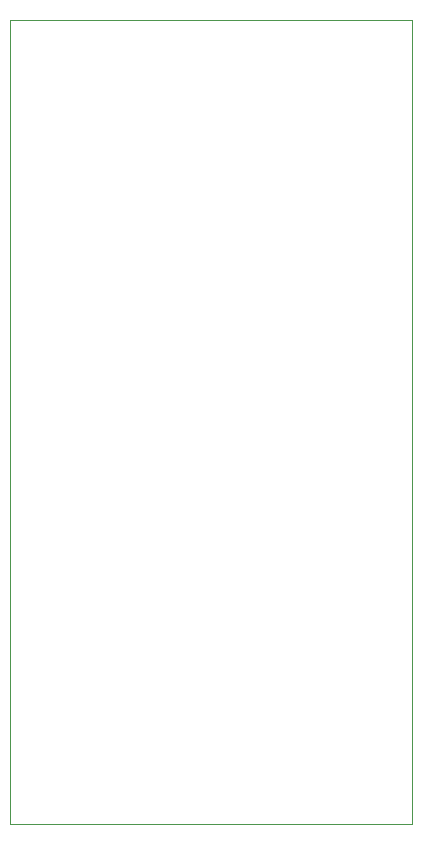
<source format=gbr>
%TF.GenerationSoftware,KiCad,Pcbnew,5.1.10*%
%TF.CreationDate,2021-06-08T11:13:20+02:00*%
%TF.ProjectId,piezo-jfet,7069657a-6f2d-46a6-9665-742e6b696361,rev?*%
%TF.SameCoordinates,Original*%
%TF.FileFunction,Profile,NP*%
%FSLAX46Y46*%
G04 Gerber Fmt 4.6, Leading zero omitted, Abs format (unit mm)*
G04 Created by KiCad (PCBNEW 5.1.10) date 2021-06-08 11:13:20*
%MOMM*%
%LPD*%
G01*
G04 APERTURE LIST*
%TA.AperFunction,Profile*%
%ADD10C,0.050000*%
%TD*%
G04 APERTURE END LIST*
D10*
X52000000Y-45000000D02*
X86000000Y-45000000D01*
X86000000Y-113000000D02*
X86000000Y-45000000D01*
X52000000Y-113000000D02*
X86000000Y-113000000D01*
X52000000Y-45000000D02*
X52000000Y-113000000D01*
M02*

</source>
